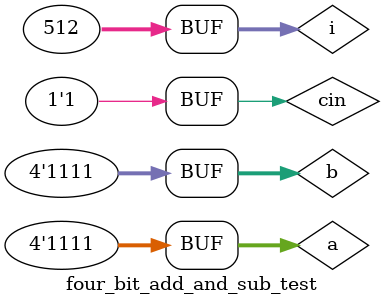
<source format=v>
module four_bit_add_and_sub_test;
reg [3:0] a, b;
reg cin;
wire [4:0] s;
wire overflow;

four_bit_add_and_sub gate1 (a, b, cin, s, overflow);
integer i;
initial begin
	for (i = 0; i < 512; i = i + 1) 
		begin
			{a, b, cin} = i;
			#20;
		end
	end
endmodule

</source>
